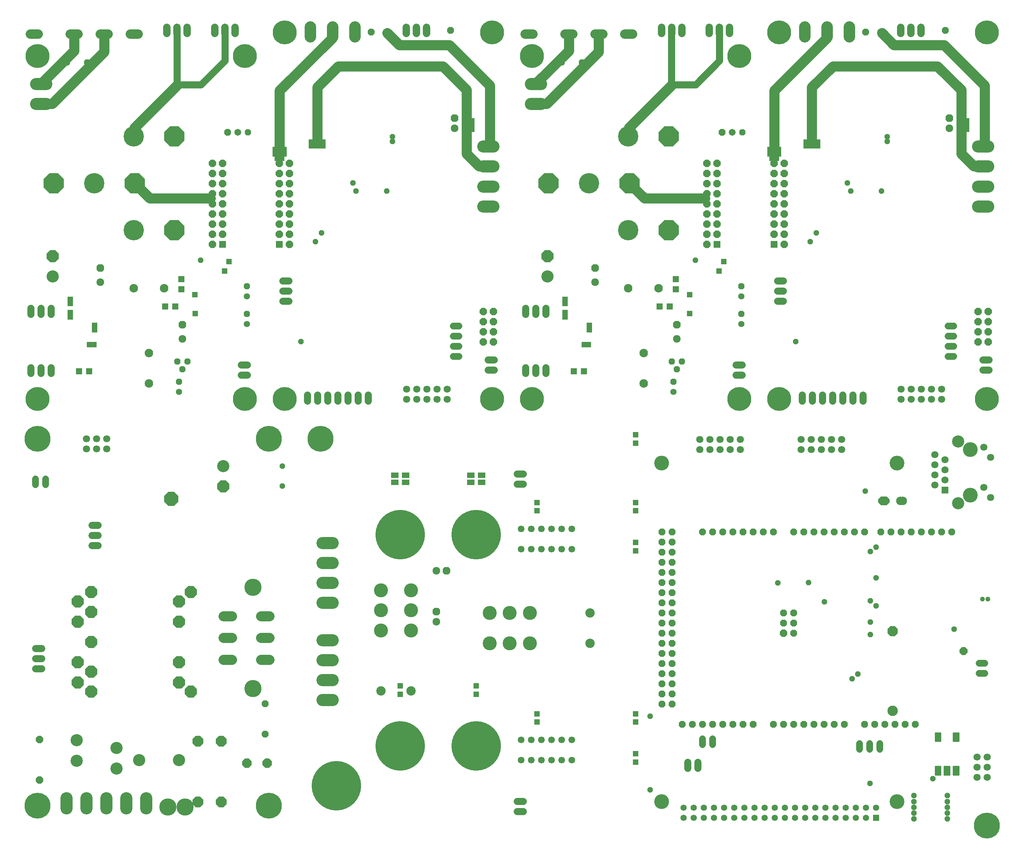
<source format=gbs>
G75*
G70*
%OFA0B0*%
%FSLAX24Y24*%
%IPPOS*%
%LPD*%
%AMOC8*
5,1,8,0,0,1.08239X$1,22.5*
%
%ADD10C,0.0700*%
%ADD11C,0.1000*%
%ADD12C,0.1200*%
%ADD13R,0.0618X0.0618*%
%ADD14OC8,0.0756*%
%ADD15C,0.0756*%
%ADD16C,0.0921*%
%ADD17OC8,0.0624*%
%ADD18OC8,0.0840*%
%ADD19OC8,0.0780*%
%ADD20C,0.0712*%
%ADD21C,0.2010*%
%ADD22OC8,0.2010*%
%ADD23C,0.1200*%
%ADD24OC8,0.1200*%
%ADD25C,0.0840*%
%ADD26C,0.0618*%
%ADD27OC8,0.0618*%
%ADD28C,0.0720*%
%ADD29R,0.0712X0.0712*%
%ADD30OC8,0.0712*%
%ADD31OC8,0.0672*%
%ADD32C,0.0672*%
%ADD33C,0.0712*%
%ADD34C,0.0672*%
%ADD35C,0.1134*%
%ADD36OC8,0.0523*%
%ADD37C,0.4885*%
%ADD38C,0.1460*%
%ADD39R,0.0567X0.0567*%
%ADD40C,0.0476*%
%ADD41C,0.0099*%
%ADD42C,0.1032*%
%ADD43OC8,0.1032*%
%ADD44OC8,0.0665*%
%ADD45OC8,0.0720*%
%ADD46C,0.0665*%
%ADD47R,0.0760X0.0543*%
%ADD48C,0.1381*%
%ADD49C,0.0921*%
%ADD50C,0.1204*%
%ADD51OC8,0.1381*%
%ADD52OC8,0.1062*%
%ADD53C,0.0990*%
%ADD54OC8,0.0912*%
%ADD55C,0.1702*%
%ADD56R,0.0523X0.0523*%
%ADD57C,0.2365*%
%ADD58OC8,0.0523*%
%ADD59C,0.2562*%
%ADD60C,0.1700*%
D10*
X019157Y078001D02*
X019157Y078026D01*
X021532Y078026D01*
X023882Y080376D01*
X023882Y083351D01*
X019157Y083401D02*
X019157Y078026D01*
X067976Y078026D02*
X070351Y078026D01*
X072701Y080376D01*
X072701Y083351D01*
X067976Y083401D02*
X067976Y078026D01*
X067976Y078001D01*
D11*
X067976Y077926D02*
X063776Y073726D01*
X063776Y073201D01*
X063876Y068226D02*
X065326Y066776D01*
X071301Y066776D01*
X078111Y071201D02*
X078111Y077401D01*
X083336Y082626D01*
X083911Y079826D02*
X094236Y079826D01*
X096586Y077476D01*
X096586Y071176D01*
X097811Y069951D01*
X098711Y069951D01*
X098886Y072376D02*
X098886Y077926D01*
X094886Y081926D01*
X089936Y081926D01*
X088761Y083101D01*
X083911Y079826D02*
X081836Y077751D01*
X081836Y072351D01*
X060801Y081251D02*
X055676Y076126D01*
X054601Y076126D01*
X054601Y078101D02*
X057851Y081351D01*
X057851Y082876D01*
X060801Y082876D02*
X060801Y081251D01*
X050067Y077926D02*
X050067Y072376D01*
X047767Y071176D02*
X048992Y069951D01*
X049892Y069951D01*
X047767Y071176D02*
X047767Y077476D01*
X045417Y079826D01*
X035092Y079826D01*
X033017Y077751D01*
X033017Y072351D01*
X029292Y071201D02*
X029292Y077401D01*
X034517Y082626D01*
X039942Y083101D02*
X041117Y081926D01*
X046067Y081926D01*
X050067Y077926D01*
X022482Y066776D02*
X016507Y066776D01*
X015057Y068226D01*
X014957Y073201D02*
X014957Y073726D01*
X019157Y077926D01*
X011982Y081251D02*
X011982Y082876D01*
X011982Y081251D02*
X006857Y076126D01*
X005782Y076126D01*
X005782Y078101D02*
X009032Y081351D01*
X009032Y082876D01*
D12*
X008257Y007544D02*
X008257Y006544D01*
X010225Y006544D02*
X010225Y007544D01*
X012194Y007544D02*
X012194Y006544D01*
X014162Y006544D02*
X014162Y007544D01*
X016131Y007544D02*
X016131Y006544D01*
X033524Y017245D02*
X034524Y017245D01*
X034524Y019213D02*
X033524Y019213D01*
X033524Y021182D02*
X034524Y021182D01*
X034524Y023150D02*
X033524Y023150D01*
X033524Y026845D02*
X034524Y026845D01*
X034524Y028813D02*
X033524Y028813D01*
X033524Y030782D02*
X034524Y030782D01*
X034524Y032750D02*
X033524Y032750D01*
X049392Y065996D02*
X050392Y065996D01*
X050392Y067964D02*
X049392Y067964D01*
X049392Y069933D02*
X050392Y069933D01*
X050392Y071901D02*
X049392Y071901D01*
X054096Y076104D02*
X055096Y076104D01*
X055096Y078073D02*
X054096Y078073D01*
X098211Y071901D02*
X099211Y071901D01*
X099211Y069933D02*
X098211Y069933D01*
X098211Y067964D02*
X099211Y067964D01*
X099211Y065996D02*
X098211Y065996D01*
X006277Y076104D02*
X005277Y076104D01*
X005277Y078073D02*
X006277Y078073D01*
D13*
X019582Y058826D03*
X019582Y057826D03*
X018982Y056126D03*
X017982Y056126D03*
X010507Y049701D03*
X009507Y049701D03*
X058326Y049701D03*
X059326Y049701D03*
X066801Y056126D03*
X067801Y056126D03*
X068401Y057826D03*
X068401Y058826D03*
X088174Y005625D03*
D14*
X045774Y030025D03*
X044749Y025975D03*
X068501Y054326D03*
X060426Y059926D03*
X046567Y074701D03*
X019682Y054326D03*
X011607Y059926D03*
X095386Y074701D03*
D15*
X095386Y073701D03*
X068501Y052926D03*
X060426Y058526D03*
X046567Y073701D03*
X019682Y052926D03*
X011607Y058526D03*
X044774Y030025D03*
X044749Y024975D03*
D16*
X053522Y083000D02*
X054290Y083000D01*
X057459Y083000D02*
X058227Y083000D01*
X060412Y083000D02*
X061179Y083000D01*
X063364Y083000D02*
X064132Y083000D01*
X015313Y083000D02*
X014546Y083000D01*
X012360Y083000D02*
X011593Y083000D01*
X009408Y083000D02*
X008640Y083000D01*
X005471Y083000D02*
X004703Y083000D01*
D17*
X008307Y080226D03*
X010307Y080226D03*
X026157Y073326D03*
X020182Y050676D03*
X019682Y049926D03*
X019182Y050676D03*
X057126Y080226D03*
X059126Y080226D03*
X074976Y073326D03*
X069001Y050676D03*
X068501Y049926D03*
X068001Y050676D03*
D18*
X088799Y036925D03*
X089049Y036925D03*
X063851Y068276D03*
X015032Y068276D03*
D19*
X015032Y068276D03*
X063851Y068276D03*
X096799Y022075D03*
D20*
X070574Y011122D02*
X070574Y010528D01*
X069574Y010528D02*
X069574Y011122D01*
X053321Y007250D02*
X052727Y007250D01*
X052727Y006250D02*
X053321Y006250D01*
X053321Y038575D02*
X052727Y038575D01*
X052727Y039575D02*
X053321Y039575D01*
X053551Y049504D02*
X053551Y050098D01*
X054551Y050098D02*
X054551Y049504D01*
X055551Y049504D02*
X055551Y050098D01*
X050464Y049851D02*
X049870Y049851D01*
X049870Y050851D02*
X050464Y050851D01*
X053551Y055354D02*
X053551Y055948D01*
X054551Y055948D02*
X054551Y055354D01*
X055551Y055354D02*
X055551Y055948D01*
X038042Y047373D02*
X038042Y046779D01*
X037042Y046779D02*
X037042Y047373D01*
X036042Y047373D02*
X036042Y046779D01*
X035042Y046779D02*
X035042Y047373D01*
X034042Y047373D02*
X034042Y046779D01*
X033042Y046779D02*
X033042Y047373D01*
X032042Y047373D02*
X032042Y046779D01*
X026104Y049351D02*
X025510Y049351D01*
X025510Y050351D02*
X026104Y050351D01*
X029595Y056651D02*
X030189Y056651D01*
X030189Y057651D02*
X029595Y057651D01*
X029595Y058651D02*
X030189Y058651D01*
X006732Y055948D02*
X006732Y055354D01*
X005732Y055354D02*
X005732Y055948D01*
X004732Y055948D02*
X004732Y055354D01*
X004732Y050098D02*
X004732Y049504D01*
X005732Y049504D02*
X005732Y050098D01*
X006732Y050098D02*
X006732Y049504D01*
X010760Y034519D02*
X011354Y034519D01*
X011354Y033519D02*
X010760Y033519D01*
X010760Y032519D02*
X011354Y032519D01*
X005779Y022344D02*
X005185Y022344D01*
X005185Y021344D02*
X005779Y021344D01*
X005779Y020344D02*
X005185Y020344D01*
X074329Y049351D02*
X074923Y049351D01*
X074923Y050351D02*
X074329Y050351D01*
X080861Y047373D02*
X080861Y046779D01*
X081861Y046779D02*
X081861Y047373D01*
X082861Y047373D02*
X082861Y046779D01*
X083861Y046779D02*
X083861Y047373D01*
X084861Y047373D02*
X084861Y046779D01*
X085861Y046779D02*
X085861Y047373D01*
X086861Y047373D02*
X086861Y046779D01*
X098689Y049851D02*
X099283Y049851D01*
X099283Y050851D02*
X098689Y050851D01*
X079008Y056651D02*
X078414Y056651D01*
X078414Y057651D02*
X079008Y057651D01*
X079008Y058651D02*
X078414Y058651D01*
D21*
X063701Y063651D03*
X059826Y068276D03*
X063701Y072901D03*
X014882Y072901D03*
X011007Y068276D03*
X014882Y063651D03*
D22*
X018882Y063651D03*
X015007Y068276D03*
X018882Y072901D03*
X007007Y068276D03*
X055826Y068276D03*
X063826Y068276D03*
X067701Y072901D03*
X067701Y063651D03*
D23*
X055724Y059082D03*
X023717Y040344D03*
X006905Y059082D03*
X009263Y013268D03*
X009263Y011243D03*
X013200Y010495D03*
X013200Y012520D03*
X015432Y011304D03*
X019369Y011304D03*
D24*
X020528Y018072D03*
X019357Y018994D03*
X019357Y020994D03*
X019357Y024994D03*
X019357Y026994D03*
X020528Y027915D03*
X010686Y027915D03*
X009357Y026994D03*
X010686Y025946D03*
X009357Y024994D03*
X010686Y022994D03*
X009357Y020994D03*
X010686Y020041D03*
X009357Y018994D03*
X010686Y018072D03*
X023717Y038344D03*
X006905Y061082D03*
X055724Y061082D03*
D25*
X063701Y057901D03*
X066701Y057901D03*
X065226Y051501D03*
X065226Y048501D03*
X090549Y036925D03*
X090799Y036925D03*
X017882Y057901D03*
X014882Y057901D03*
X016407Y051501D03*
X016407Y048501D03*
D26*
X019357Y047676D03*
X026057Y054376D03*
X026057Y057126D03*
X068176Y047676D03*
X074876Y054376D03*
X074876Y057126D03*
X075174Y006625D03*
X075174Y005625D03*
X076174Y005625D03*
X077174Y005625D03*
X078174Y005625D03*
X079174Y005625D03*
X080174Y005625D03*
X081174Y005625D03*
X082174Y005625D03*
X083174Y005625D03*
X084174Y005625D03*
X085174Y005625D03*
X086174Y005625D03*
X087174Y005625D03*
X087174Y006625D03*
X088174Y006625D03*
X086174Y006625D03*
X085174Y006625D03*
X084174Y006625D03*
X083174Y006625D03*
X082174Y006625D03*
X081174Y006625D03*
X080174Y006625D03*
X079174Y006625D03*
X078174Y006625D03*
X077174Y006625D03*
X076174Y006625D03*
X074174Y006625D03*
X074174Y005625D03*
X073174Y005625D03*
X072174Y005625D03*
X071174Y005625D03*
X070174Y005625D03*
X069174Y005625D03*
X069174Y006625D03*
X070174Y006625D03*
X071174Y006625D03*
X072174Y006625D03*
X073174Y006625D03*
D27*
X068176Y048676D03*
X074876Y055376D03*
X074876Y058126D03*
X026057Y058126D03*
X026057Y055376D03*
X019357Y048676D03*
D28*
X019162Y083078D02*
X019162Y083678D01*
X020162Y083678D02*
X020162Y083078D01*
X018162Y083078D02*
X018162Y083678D01*
X022886Y083678D02*
X022886Y083078D01*
X023886Y083078D02*
X023886Y083678D01*
X024886Y083678D02*
X024886Y083078D01*
X041784Y083078D02*
X041784Y083678D01*
X042784Y083678D02*
X042784Y083078D01*
X043784Y083078D02*
X043784Y083678D01*
X066981Y083678D02*
X066981Y083078D01*
X067981Y083078D02*
X067981Y083678D01*
X068981Y083678D02*
X068981Y083078D01*
X071705Y083078D02*
X071705Y083678D01*
X072705Y083678D02*
X072705Y083078D01*
X073705Y083078D02*
X073705Y083678D01*
X090603Y083678D02*
X090603Y083078D01*
X091603Y083078D02*
X091603Y083678D01*
X092603Y083678D02*
X092603Y083078D01*
D29*
X078086Y062251D03*
X072476Y062251D03*
X094949Y037975D03*
X029267Y062251D03*
X023657Y062251D03*
D30*
X022657Y062251D03*
X022657Y063251D03*
X022657Y064251D03*
X022657Y065251D03*
X022657Y066251D03*
X023657Y066251D03*
X023657Y065251D03*
X023657Y064251D03*
X023657Y063251D03*
X023657Y067251D03*
X022657Y067251D03*
X022657Y068251D03*
X022657Y069251D03*
X022657Y070251D03*
X023657Y070251D03*
X023657Y069251D03*
X023657Y068251D03*
X029267Y068251D03*
X030267Y068251D03*
X030267Y067251D03*
X029267Y067251D03*
X029267Y066251D03*
X030267Y066251D03*
X030267Y065251D03*
X030267Y064251D03*
X030267Y063251D03*
X030267Y062251D03*
X029267Y063251D03*
X029267Y064251D03*
X029267Y065251D03*
X029267Y069251D03*
X030267Y069251D03*
X030267Y070251D03*
X029267Y070251D03*
X049392Y055626D03*
X050392Y055626D03*
X050392Y054626D03*
X050392Y053626D03*
X049392Y053626D03*
X049392Y054626D03*
X049392Y052626D03*
X050392Y052626D03*
X071476Y062251D03*
X071476Y063251D03*
X071476Y064251D03*
X071476Y065251D03*
X071476Y066251D03*
X072476Y066251D03*
X072476Y065251D03*
X072476Y064251D03*
X072476Y063251D03*
X072476Y067251D03*
X071476Y067251D03*
X071476Y068251D03*
X071476Y069251D03*
X071476Y070251D03*
X072476Y070251D03*
X072476Y069251D03*
X072476Y068251D03*
X078086Y068251D03*
X079086Y068251D03*
X079086Y067251D03*
X078086Y067251D03*
X078086Y066251D03*
X079086Y066251D03*
X079086Y065251D03*
X079086Y064251D03*
X079086Y063251D03*
X079086Y062251D03*
X078086Y063251D03*
X078086Y064251D03*
X078086Y065251D03*
X078086Y069251D03*
X079086Y069251D03*
X079086Y070251D03*
X078086Y070251D03*
X098211Y055626D03*
X099211Y055626D03*
X099211Y054626D03*
X099211Y053626D03*
X098211Y053626D03*
X098211Y054626D03*
X098211Y052626D03*
X099211Y052626D03*
D31*
X072976Y073326D03*
X087136Y083226D03*
X088636Y083226D03*
X094986Y083376D03*
X094986Y081876D03*
X046167Y081876D03*
X046167Y083376D03*
X039817Y083226D03*
X038317Y083226D03*
X024157Y073326D03*
X027857Y016869D03*
X027857Y013869D03*
D32*
X025157Y073326D03*
X073976Y073326D03*
D33*
X090636Y047951D03*
X091636Y047951D03*
X092636Y047951D03*
X093636Y047951D03*
X094636Y047951D03*
X094636Y046951D03*
X093636Y046951D03*
X092636Y046951D03*
X091636Y046951D03*
X090636Y046951D03*
X084774Y042975D03*
X084774Y041975D03*
X083774Y041975D03*
X082774Y041975D03*
X081774Y041975D03*
X080774Y041975D03*
X080774Y042975D03*
X081774Y042975D03*
X082774Y042975D03*
X083774Y042975D03*
X074774Y042975D03*
X074774Y041975D03*
X073774Y041975D03*
X072774Y041975D03*
X071774Y041975D03*
X070774Y041975D03*
X070774Y042975D03*
X071774Y042975D03*
X072774Y042975D03*
X073774Y042975D03*
X093949Y041475D03*
X093949Y040475D03*
X093949Y039475D03*
X093949Y038475D03*
X094949Y038975D03*
X094949Y039975D03*
X094949Y040975D03*
X098780Y042215D03*
X099449Y041215D03*
X098780Y038235D03*
X099449Y037235D03*
X099124Y011600D03*
X099124Y010600D03*
X099124Y009600D03*
X098124Y009600D03*
X098124Y010600D03*
X098124Y011600D03*
X045817Y046951D03*
X045817Y047951D03*
X044817Y047951D03*
X044817Y046951D03*
X043817Y046951D03*
X043817Y047951D03*
X042817Y047951D03*
X042817Y046951D03*
X041817Y046951D03*
X041817Y047951D03*
X012244Y043063D03*
X011244Y043063D03*
X010244Y043063D03*
X010244Y042063D03*
X011244Y042063D03*
X012244Y042063D03*
D34*
X006207Y039074D02*
X006207Y038514D01*
X005207Y038514D02*
X005207Y039074D01*
X046437Y051176D02*
X046997Y051176D01*
X046997Y052176D02*
X046437Y052176D01*
X046437Y053176D02*
X046997Y053176D01*
X046997Y054176D02*
X046437Y054176D01*
X095256Y054176D02*
X095816Y054176D01*
X095816Y053176D02*
X095256Y053176D01*
X095256Y052176D02*
X095816Y052176D01*
X095816Y051176D02*
X095256Y051176D01*
X098344Y020875D02*
X098904Y020875D01*
X098904Y019875D02*
X098344Y019875D01*
X088524Y012955D02*
X088524Y012395D01*
X087524Y012395D02*
X087524Y012955D01*
X086524Y012955D02*
X086524Y012395D01*
X072024Y012845D02*
X072024Y013405D01*
X071024Y013405D02*
X071024Y012845D01*
D35*
X081135Y082755D02*
X081135Y083700D01*
X083335Y083700D02*
X083335Y082755D01*
X085535Y082755D02*
X085535Y083700D01*
X036716Y083700D02*
X036716Y082755D01*
X034516Y082755D02*
X034516Y083700D01*
X032316Y083700D02*
X032316Y082755D01*
D36*
X029267Y068251D03*
X029267Y068251D03*
X078086Y068251D03*
X078086Y068251D03*
D37*
X048709Y033590D03*
X041209Y033590D03*
X041209Y012724D03*
X034910Y008787D03*
X048709Y012724D03*
D38*
X067009Y007200D03*
X090237Y007200D03*
X097449Y037475D03*
X097449Y041975D03*
X090237Y040665D03*
X067009Y040665D03*
D39*
X064437Y042626D03*
X064437Y043452D03*
X064437Y036759D03*
X064437Y035933D03*
X064437Y032822D03*
X064437Y031996D03*
X054693Y035933D03*
X054693Y036759D03*
X048709Y018649D03*
X048709Y017822D03*
X054693Y015893D03*
X054693Y015067D03*
X064437Y015067D03*
X064437Y015893D03*
X064437Y011956D03*
X064437Y011130D03*
X041209Y017822D03*
X041209Y018649D03*
D40*
X098648Y027225D03*
X099199Y027225D03*
D41*
X096313Y014009D02*
X096313Y013171D01*
X095751Y013171D01*
X095751Y014009D01*
X096313Y014009D01*
X096313Y013269D02*
X095751Y013269D01*
X095751Y013367D02*
X096313Y013367D01*
X096313Y013465D02*
X095751Y013465D01*
X095751Y013563D02*
X096313Y013563D01*
X096313Y013661D02*
X095751Y013661D01*
X095751Y013759D02*
X096313Y013759D01*
X096313Y013857D02*
X095751Y013857D01*
X095751Y013955D02*
X096313Y013955D01*
X094541Y014009D02*
X094541Y013171D01*
X093979Y013171D01*
X093979Y014009D01*
X094541Y014009D01*
X094541Y013269D02*
X093979Y013269D01*
X093979Y013367D02*
X094541Y013367D01*
X094541Y013465D02*
X093979Y013465D01*
X093979Y013563D02*
X094541Y013563D01*
X094541Y013661D02*
X093979Y013661D01*
X093979Y013759D02*
X094541Y013759D01*
X094541Y013857D02*
X093979Y013857D01*
X093979Y013955D02*
X094541Y013955D01*
X094541Y010702D02*
X094541Y009864D01*
X093979Y009864D01*
X093979Y010702D01*
X094541Y010702D01*
X094541Y009962D02*
X093979Y009962D01*
X093979Y010060D02*
X094541Y010060D01*
X094541Y010158D02*
X093979Y010158D01*
X093979Y010256D02*
X094541Y010256D01*
X094541Y010354D02*
X093979Y010354D01*
X093979Y010452D02*
X094541Y010452D01*
X094541Y010550D02*
X093979Y010550D01*
X093979Y010648D02*
X094541Y010648D01*
X095427Y010702D02*
X095427Y009864D01*
X094865Y009864D01*
X094865Y010702D01*
X095427Y010702D01*
X095427Y009962D02*
X094865Y009962D01*
X094865Y010060D02*
X095427Y010060D01*
X095427Y010158D02*
X094865Y010158D01*
X094865Y010256D02*
X095427Y010256D01*
X095427Y010354D02*
X094865Y010354D01*
X094865Y010452D02*
X095427Y010452D01*
X095427Y010550D02*
X094865Y010550D01*
X094865Y010648D02*
X095427Y010648D01*
X096313Y010702D02*
X096313Y009864D01*
X095751Y009864D01*
X095751Y010702D01*
X096313Y010702D01*
X096313Y009962D02*
X095751Y009962D01*
X095751Y010060D02*
X096313Y010060D01*
X096313Y010158D02*
X095751Y010158D01*
X095751Y010256D02*
X096313Y010256D01*
X096313Y010354D02*
X095751Y010354D01*
X095751Y010452D02*
X096313Y010452D01*
X096313Y010550D02*
X095751Y010550D01*
X095751Y010648D02*
X096313Y010648D01*
D42*
X089799Y016195D03*
D43*
X089799Y024065D03*
D44*
X080024Y023850D03*
X080024Y024850D03*
X079024Y024850D03*
X079024Y025850D03*
X080024Y025850D03*
X080024Y033850D03*
X081024Y033850D03*
X082024Y033850D03*
X083024Y033850D03*
X084024Y033850D03*
X085024Y033850D03*
X086024Y033850D03*
X087024Y033850D03*
X088624Y033850D03*
X089624Y033850D03*
X090624Y033850D03*
X091624Y033850D03*
X092624Y033850D03*
X093624Y033850D03*
X094624Y033850D03*
X095624Y033850D03*
X078024Y033850D03*
X077024Y033850D03*
X076024Y033850D03*
X075024Y033850D03*
X074024Y033850D03*
X073024Y033850D03*
X072024Y033850D03*
X071024Y033850D03*
X068024Y033850D03*
X068024Y032850D03*
X068024Y031850D03*
X068024Y030850D03*
X068024Y029850D03*
X067024Y029850D03*
X067024Y030850D03*
X067024Y031850D03*
X067024Y032850D03*
X067024Y033850D03*
X067024Y028850D03*
X067024Y027850D03*
X067024Y026850D03*
X067024Y025850D03*
X067024Y024850D03*
X067024Y023850D03*
X068024Y023850D03*
X068024Y024850D03*
X068024Y025850D03*
X068024Y026850D03*
X068024Y027850D03*
X068024Y028850D03*
X068024Y022850D03*
X068024Y021850D03*
X068024Y020850D03*
X068024Y019850D03*
X068024Y018850D03*
X068024Y017850D03*
X067024Y017850D03*
X067024Y018850D03*
X067024Y019850D03*
X067024Y020850D03*
X067024Y021850D03*
X067024Y022850D03*
X067024Y016850D03*
X068024Y016850D03*
X069024Y014850D03*
X070024Y014850D03*
X071024Y014850D03*
X072024Y014850D03*
X073024Y014850D03*
X074024Y014850D03*
X075024Y014850D03*
X076024Y014850D03*
X078024Y014850D03*
X079024Y014850D03*
X080024Y014850D03*
X081024Y014850D03*
X082024Y014850D03*
X083024Y014850D03*
X084024Y014850D03*
X085024Y014850D03*
X087024Y014850D03*
X088024Y014850D03*
X089024Y014850D03*
X090024Y014850D03*
X091024Y014850D03*
X092024Y014850D03*
D45*
X079024Y023850D03*
X005582Y013344D03*
X005582Y009344D03*
D46*
X053124Y011300D03*
X054124Y011300D03*
X055124Y011300D03*
X056124Y011300D03*
X057124Y011300D03*
X058124Y011300D03*
X058124Y013300D03*
X057124Y013300D03*
X056124Y013300D03*
X055124Y013300D03*
X054124Y013300D03*
X053124Y013300D03*
X053124Y032150D03*
X054124Y032150D03*
X055124Y032150D03*
X056124Y032150D03*
X057124Y032150D03*
X058124Y032150D03*
X058124Y034150D03*
X057124Y034150D03*
X056124Y034150D03*
X055124Y034150D03*
X054124Y034150D03*
X053124Y034150D03*
D47*
X049240Y038757D03*
X049240Y039446D03*
X048177Y039446D03*
X048177Y038757D03*
X041740Y038757D03*
X041740Y039446D03*
X040677Y039446D03*
X040677Y038757D03*
D48*
X039286Y028086D03*
X039286Y026102D03*
X039286Y024117D03*
X042262Y024117D03*
X042262Y026102D03*
X042262Y028086D03*
X050013Y025838D03*
X051998Y025838D03*
X053982Y025838D03*
X053982Y022862D03*
X051998Y022862D03*
X050013Y022862D03*
D49*
X042262Y018165D03*
X039286Y018165D03*
X059935Y022862D03*
X059935Y025838D03*
D50*
X096248Y036674D03*
X096248Y042776D03*
D51*
X018582Y037119D03*
D52*
X021212Y013179D03*
X023517Y013179D03*
X023517Y007179D03*
X021212Y007179D03*
D53*
X023769Y021219D02*
X024594Y021219D01*
X024594Y023369D02*
X023769Y023369D01*
X023769Y025519D02*
X024594Y025519D01*
X027469Y025519D02*
X028294Y025519D01*
X028294Y023369D02*
X027469Y023369D01*
X027469Y021219D02*
X028294Y021219D01*
D54*
X028057Y011019D03*
X026057Y011019D03*
D55*
X026657Y018394D03*
X026657Y028394D03*
D56*
X010957Y052351D03*
X010532Y052351D03*
X011032Y053826D03*
X011032Y054251D03*
X008632Y055076D03*
X008632Y055501D03*
X008632Y056401D03*
X008632Y056826D03*
X020932Y057276D03*
X020957Y055401D03*
X023857Y059601D03*
X024307Y060551D03*
X029067Y070751D03*
X029492Y070751D03*
X029292Y071176D03*
X029717Y071176D03*
X029717Y071601D03*
X029292Y071601D03*
X028867Y071601D03*
X028867Y071176D03*
X032442Y071976D03*
X032817Y071976D03*
X033192Y071976D03*
X033567Y071976D03*
X033567Y072351D03*
X033192Y072351D03*
X032817Y072351D03*
X032442Y072351D03*
X048267Y073601D03*
X048267Y074026D03*
X048267Y074451D03*
X069751Y057276D03*
X069776Y055401D03*
X072676Y059601D03*
X073126Y060551D03*
X077886Y070751D03*
X078311Y070751D03*
X078111Y071176D03*
X078536Y071176D03*
X078536Y071601D03*
X078111Y071601D03*
X077686Y071601D03*
X077686Y071176D03*
X081261Y071976D03*
X081636Y071976D03*
X082011Y071976D03*
X082386Y071976D03*
X082386Y072351D03*
X082011Y072351D03*
X081636Y072351D03*
X081261Y072351D03*
X097086Y073601D03*
X097086Y074026D03*
X097086Y074451D03*
X059851Y054251D03*
X059851Y053826D03*
X059776Y052351D03*
X059351Y052351D03*
X057451Y055076D03*
X057451Y055501D03*
X057451Y056401D03*
X057451Y056826D03*
D57*
X054201Y046976D03*
X050264Y046976D03*
X029792Y046976D03*
X025855Y046976D03*
X005382Y046976D03*
X005382Y080834D03*
X025855Y080834D03*
X029792Y083196D03*
X050264Y083196D03*
X054201Y080834D03*
X074673Y080834D03*
X078610Y083196D03*
X099083Y083196D03*
X099083Y046976D03*
X078610Y046976D03*
X074673Y046976D03*
D58*
X080211Y052651D03*
X070326Y060676D03*
X081661Y062526D03*
X082261Y063376D03*
X085661Y067526D03*
X085336Y068326D03*
X088686Y067526D03*
X089261Y072401D03*
X089261Y072876D03*
X087099Y037875D03*
X088174Y032350D03*
X087599Y031925D03*
X088174Y029325D03*
X087599Y027050D03*
X088174Y026550D03*
X087599Y024950D03*
X087599Y023700D03*
X086349Y019800D03*
X085799Y019350D03*
X083049Y026950D03*
X081499Y028850D03*
X078474Y028800D03*
X065849Y015650D03*
X065849Y008375D03*
X087549Y009000D03*
X091899Y007800D03*
X091899Y007225D03*
X091899Y006650D03*
X091899Y006075D03*
X091899Y005500D03*
X095199Y005500D03*
X095199Y006075D03*
X095199Y006650D03*
X095199Y007225D03*
X095199Y007800D03*
X093774Y009475D03*
X095874Y024250D03*
X039867Y067526D03*
X036842Y067526D03*
X036517Y068326D03*
X040442Y072401D03*
X040442Y072876D03*
X033442Y063376D03*
X032842Y062526D03*
X021507Y060676D03*
X031392Y052651D03*
X029557Y040344D03*
X029557Y038369D03*
D59*
X028217Y043039D03*
X033335Y043039D03*
X005382Y043039D03*
X005382Y006819D03*
X028217Y006819D03*
X099083Y004850D03*
D60*
X019957Y006694D03*
X018257Y006694D03*
M02*

</source>
